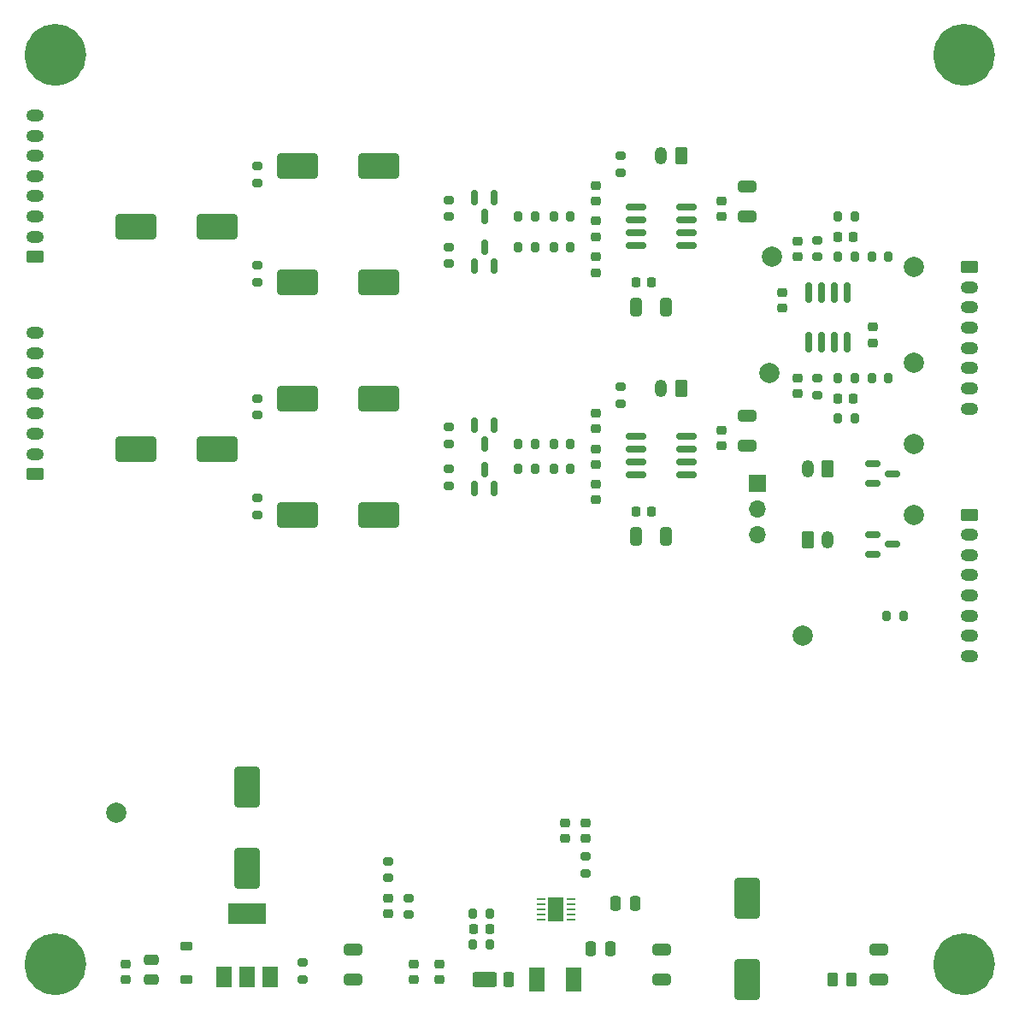
<source format=gbr>
%TF.GenerationSoftware,KiCad,Pcbnew,7.0.2*%
%TF.CreationDate,2023-05-29T18:08:28-04:00*%
%TF.ProjectId,amplifier,616d706c-6966-4696-9572-2e6b69636164,rev?*%
%TF.SameCoordinates,Original*%
%TF.FileFunction,Soldermask,Top*%
%TF.FilePolarity,Negative*%
%FSLAX46Y46*%
G04 Gerber Fmt 4.6, Leading zero omitted, Abs format (unit mm)*
G04 Created by KiCad (PCBNEW 7.0.2) date 2023-05-29 18:08:28*
%MOMM*%
%LPD*%
G01*
G04 APERTURE LIST*
G04 Aperture macros list*
%AMRoundRect*
0 Rectangle with rounded corners*
0 $1 Rounding radius*
0 $2 $3 $4 $5 $6 $7 $8 $9 X,Y pos of 4 corners*
0 Add a 4 corners polygon primitive as box body*
4,1,4,$2,$3,$4,$5,$6,$7,$8,$9,$2,$3,0*
0 Add four circle primitives for the rounded corners*
1,1,$1+$1,$2,$3*
1,1,$1+$1,$4,$5*
1,1,$1+$1,$6,$7*
1,1,$1+$1,$8,$9*
0 Add four rect primitives between the rounded corners*
20,1,$1+$1,$2,$3,$4,$5,0*
20,1,$1+$1,$4,$5,$6,$7,0*
20,1,$1+$1,$6,$7,$8,$9,0*
20,1,$1+$1,$8,$9,$2,$3,0*%
G04 Aperture macros list end*
%ADD10C,3.075000*%
%ADD11RoundRect,0.225000X0.250000X-0.225000X0.250000X0.225000X-0.250000X0.225000X-0.250000X-0.225000X0*%
%ADD12RoundRect,0.200000X0.275000X-0.200000X0.275000X0.200000X-0.275000X0.200000X-0.275000X-0.200000X0*%
%ADD13RoundRect,0.200000X0.200000X0.275000X-0.200000X0.275000X-0.200000X-0.275000X0.200000X-0.275000X0*%
%ADD14RoundRect,0.225000X-0.250000X0.225000X-0.250000X-0.225000X0.250000X-0.225000X0.250000X0.225000X0*%
%ADD15RoundRect,0.200000X-0.200000X-0.275000X0.200000X-0.275000X0.200000X0.275000X-0.200000X0.275000X0*%
%ADD16RoundRect,0.250000X-1.750000X-1.000000X1.750000X-1.000000X1.750000X1.000000X-1.750000X1.000000X0*%
%ADD17RoundRect,0.150000X-0.587500X-0.150000X0.587500X-0.150000X0.587500X0.150000X-0.587500X0.150000X0*%
%ADD18RoundRect,0.225000X-0.375000X0.225000X-0.375000X-0.225000X0.375000X-0.225000X0.375000X0.225000X0*%
%ADD19RoundRect,0.200000X-0.275000X0.200000X-0.275000X-0.200000X0.275000X-0.200000X0.275000X0.200000X0*%
%ADD20RoundRect,0.250000X1.750000X1.000000X-1.750000X1.000000X-1.750000X-1.000000X1.750000X-1.000000X0*%
%ADD21RoundRect,0.250000X0.650000X-0.325000X0.650000X0.325000X-0.650000X0.325000X-0.650000X-0.325000X0*%
%ADD22RoundRect,0.250000X-0.325000X-0.650000X0.325000X-0.650000X0.325000X0.650000X-0.325000X0.650000X0*%
%ADD23RoundRect,0.150000X-0.825000X-0.150000X0.825000X-0.150000X0.825000X0.150000X-0.825000X0.150000X0*%
%ADD24RoundRect,0.250000X0.350000X0.625000X-0.350000X0.625000X-0.350000X-0.625000X0.350000X-0.625000X0*%
%ADD25O,1.200000X1.750000*%
%ADD26RoundRect,0.150000X-0.150000X0.587500X-0.150000X-0.587500X0.150000X-0.587500X0.150000X0.587500X0*%
%ADD27RoundRect,0.150000X0.150000X-0.587500X0.150000X0.587500X-0.150000X0.587500X-0.150000X-0.587500X0*%
%ADD28RoundRect,0.250000X-0.625000X0.350000X-0.625000X-0.350000X0.625000X-0.350000X0.625000X0.350000X0*%
%ADD29O,1.750000X1.200000*%
%ADD30RoundRect,0.225000X0.225000X0.250000X-0.225000X0.250000X-0.225000X-0.250000X0.225000X-0.250000X0*%
%ADD31RoundRect,0.150000X-0.150000X0.825000X-0.150000X-0.825000X0.150000X-0.825000X0.150000X0.825000X0*%
%ADD32RoundRect,0.225000X-0.225000X-0.250000X0.225000X-0.250000X0.225000X0.250000X-0.225000X0.250000X0*%
%ADD33RoundRect,0.250000X0.625000X-0.350000X0.625000X0.350000X-0.625000X0.350000X-0.625000X-0.350000X0*%
%ADD34C,2.000000*%
%ADD35RoundRect,0.250000X0.950000X0.500000X-0.950000X0.500000X-0.950000X-0.500000X0.950000X-0.500000X0*%
%ADD36RoundRect,0.250000X0.275000X0.500000X-0.275000X0.500000X-0.275000X-0.500000X0.275000X-0.500000X0*%
%ADD37RoundRect,0.250000X-0.250000X-0.475000X0.250000X-0.475000X0.250000X0.475000X-0.250000X0.475000X0*%
%ADD38RoundRect,0.062500X0.362500X0.062500X-0.362500X0.062500X-0.362500X-0.062500X0.362500X-0.062500X0*%
%ADD39R,1.650000X2.380000*%
%ADD40R,1.500000X2.400000*%
%ADD41RoundRect,0.250000X0.475000X-0.250000X0.475000X0.250000X-0.475000X0.250000X-0.475000X-0.250000X0*%
%ADD42RoundRect,0.250000X1.000000X-1.750000X1.000000X1.750000X-1.000000X1.750000X-1.000000X-1.750000X0*%
%ADD43R,1.500000X2.000000*%
%ADD44R,3.800000X2.000000*%
%ADD45RoundRect,0.250000X0.262500X0.450000X-0.262500X0.450000X-0.262500X-0.450000X0.262500X-0.450000X0*%
%ADD46R,1.700000X1.700000*%
%ADD47O,1.700000X1.700000*%
%ADD48RoundRect,0.250000X-0.350000X-0.625000X0.350000X-0.625000X0.350000X0.625000X-0.350000X0.625000X0*%
G04 APERTURE END LIST*
D10*
X106537500Y-145000000D02*
G75*
G03*
X106537500Y-145000000I-1537500J0D01*
G01*
X106537500Y-55000000D02*
G75*
G03*
X106537500Y-55000000I-1537500J0D01*
G01*
X196537500Y-55000000D02*
G75*
G03*
X196537500Y-55000000I-1537500J0D01*
G01*
X196537500Y-145000000D02*
G75*
G03*
X196537500Y-145000000I-1537500J0D01*
G01*
D11*
%TO.C,C31*%
X155500000Y-132550000D03*
X155500000Y-131000000D03*
%TD*%
D12*
%TO.C,R6*%
X144000000Y-97650000D03*
X144000000Y-96000000D03*
%TD*%
D13*
%TO.C,R21*%
X184150000Y-87000000D03*
X182500000Y-87000000D03*
%TD*%
D14*
%TO.C,C24*%
X177000000Y-78500000D03*
X177000000Y-80050000D03*
%TD*%
D15*
%TO.C,R11*%
X154350000Y-71000000D03*
X156000000Y-71000000D03*
%TD*%
D16*
%TO.C,C3*%
X129000000Y-77500000D03*
X137000000Y-77500000D03*
%TD*%
D15*
%TO.C,FB1*%
X150850000Y-74000000D03*
X152500000Y-74000000D03*
%TD*%
D11*
%TO.C,C11*%
X158500000Y-95550000D03*
X158500000Y-94000000D03*
%TD*%
%TO.C,C34*%
X140500000Y-146550000D03*
X140500000Y-145000000D03*
%TD*%
D17*
%TO.C,Q1*%
X186000000Y-95500000D03*
X186000000Y-97400000D03*
X187875000Y-96450000D03*
%TD*%
D16*
%TO.C,C5*%
X129000000Y-100500000D03*
X137000000Y-100500000D03*
%TD*%
D18*
%TO.C,D6*%
X118000000Y-143200000D03*
X118000000Y-146500000D03*
%TD*%
D19*
%TO.C,R26*%
X157500000Y-134350000D03*
X157500000Y-136000000D03*
%TD*%
%TO.C,R28*%
X138000000Y-134800000D03*
X138000000Y-136450000D03*
%TD*%
D20*
%TO.C,C1*%
X121000000Y-72000000D03*
X113000000Y-72000000D03*
%TD*%
D21*
%TO.C,C25*%
X186525000Y-146500000D03*
X186525000Y-143550000D03*
%TD*%
D15*
%TO.C,R12*%
X154350000Y-96000000D03*
X156000000Y-96000000D03*
%TD*%
D20*
%TO.C,C2*%
X121000000Y-94000000D03*
X113000000Y-94000000D03*
%TD*%
D22*
%TO.C,C20*%
X162500000Y-102675000D03*
X165450000Y-102675000D03*
%TD*%
D11*
%TO.C,C10*%
X158500000Y-99050000D03*
X158500000Y-97500000D03*
%TD*%
%TO.C,C23*%
X185950000Y-83500000D03*
X185950000Y-81950000D03*
%TD*%
%TO.C,C39*%
X112000000Y-146550000D03*
X112000000Y-145000000D03*
%TD*%
%TO.C,C8*%
X158500000Y-73000000D03*
X158500000Y-71450000D03*
%TD*%
D23*
%TO.C,U2*%
X162525000Y-92770000D03*
X162525000Y-94040000D03*
X162525000Y-95310000D03*
X162525000Y-96580000D03*
X167475000Y-96580000D03*
X167475000Y-95310000D03*
X167475000Y-94040000D03*
X167475000Y-92770000D03*
%TD*%
D24*
%TO.C,J5*%
X167000000Y-65000000D03*
D25*
X165000000Y-65000000D03*
%TD*%
D26*
%TO.C,D4*%
X148450000Y-91625000D03*
X146550000Y-91625000D03*
X147500000Y-93500000D03*
%TD*%
D11*
%TO.C,C32*%
X143000000Y-146550000D03*
X143000000Y-145000000D03*
%TD*%
D27*
%TO.C,D1*%
X146550000Y-75875000D03*
X148450000Y-75875000D03*
X147500000Y-74000000D03*
%TD*%
D28*
%TO.C,J4*%
X195500000Y-100500000D03*
D29*
X195500000Y-102500000D03*
X195500000Y-104500000D03*
X195500000Y-106500000D03*
X195500000Y-108500000D03*
X195500000Y-110500000D03*
X195500000Y-112500000D03*
X195500000Y-114500000D03*
%TD*%
D30*
%TO.C,C29*%
X148000000Y-141500000D03*
X146450000Y-141500000D03*
%TD*%
D12*
%TO.C,R2*%
X125000000Y-100500000D03*
X125000000Y-98850000D03*
%TD*%
D28*
%TO.C,J7*%
X195500000Y-76000000D03*
D29*
X195500000Y-78000000D03*
X195500000Y-80000000D03*
X195500000Y-82000000D03*
X195500000Y-84000000D03*
X195500000Y-86000000D03*
X195500000Y-88000000D03*
X195500000Y-90000000D03*
%TD*%
D31*
%TO.C,U3*%
X183405000Y-78525000D03*
X182135000Y-78525000D03*
X180865000Y-78525000D03*
X179595000Y-78525000D03*
X179595000Y-83475000D03*
X180865000Y-83475000D03*
X182135000Y-83475000D03*
X183405000Y-83475000D03*
%TD*%
D11*
%TO.C,C35*%
X138000000Y-140000000D03*
X138000000Y-138450000D03*
%TD*%
D32*
%TO.C,C40*%
X182500000Y-73000000D03*
X184050000Y-73000000D03*
%TD*%
D22*
%TO.C,C19*%
X162500000Y-80000000D03*
X165450000Y-80000000D03*
%TD*%
D33*
%TO.C,J1*%
X103000000Y-75000000D03*
D29*
X103000000Y-73000000D03*
X103000000Y-71000000D03*
X103000000Y-69000000D03*
X103000000Y-67000000D03*
X103000000Y-65000000D03*
X103000000Y-63000000D03*
X103000000Y-61000000D03*
%TD*%
D34*
%TO.C,TP5*%
X179000000Y-112500000D03*
%TD*%
D35*
%TO.C,D5*%
X147500000Y-146500000D03*
D36*
X149875000Y-146500000D03*
%TD*%
D27*
%TO.C,D2*%
X146550000Y-97937500D03*
X148450000Y-97937500D03*
X147500000Y-96062500D03*
%TD*%
D15*
%TO.C,R7*%
X187350000Y-110500000D03*
X189000000Y-110500000D03*
%TD*%
D11*
%TO.C,C7*%
X158500000Y-76550000D03*
X158500000Y-75000000D03*
%TD*%
D19*
%TO.C,R8*%
X144000000Y-69350000D03*
X144000000Y-71000000D03*
%TD*%
D11*
%TO.C,C14*%
X171000000Y-93675000D03*
X171000000Y-92125000D03*
%TD*%
D24*
%TO.C,J6*%
X167000000Y-88050000D03*
D25*
X165000000Y-88050000D03*
%TD*%
D26*
%TO.C,D3*%
X148450000Y-69125000D03*
X146550000Y-69125000D03*
X147500000Y-71000000D03*
%TD*%
D37*
%TO.C,C33*%
X160500000Y-139000000D03*
X162400000Y-139000000D03*
%TD*%
D21*
%TO.C,C27*%
X165025000Y-146475000D03*
X165025000Y-143525000D03*
%TD*%
D38*
%TO.C,U4*%
X156040000Y-140595000D03*
X156040000Y-140095000D03*
X156040000Y-139595000D03*
X156040000Y-139095000D03*
X156040000Y-138595000D03*
X153140000Y-138595000D03*
X153140000Y-139095000D03*
X153140000Y-139595000D03*
X153140000Y-140095000D03*
X153140000Y-140595000D03*
D39*
X154590000Y-139595000D03*
%TD*%
D15*
%TO.C,FB4*%
X150850000Y-93500000D03*
X152500000Y-93500000D03*
%TD*%
D34*
%TO.C,TP1*%
X176000000Y-75000000D03*
%TD*%
D21*
%TO.C,C18*%
X173500000Y-93675000D03*
X173500000Y-90725000D03*
%TD*%
D19*
%TO.C,R15*%
X161000000Y-87850000D03*
X161000000Y-89500000D03*
%TD*%
D40*
%TO.C,L2*%
X156350000Y-146500000D03*
X152650000Y-146500000D03*
%TD*%
D34*
%TO.C,TP8*%
X111000000Y-130000000D03*
%TD*%
D13*
%TO.C,R20*%
X184150000Y-75000000D03*
X182500000Y-75000000D03*
%TD*%
D41*
%TO.C,C38*%
X114500000Y-146500000D03*
X114500000Y-144600000D03*
%TD*%
D42*
%TO.C,C26*%
X173525000Y-146500000D03*
X173525000Y-138500000D03*
%TD*%
D34*
%TO.C,TP2*%
X190000000Y-76000000D03*
%TD*%
D19*
%TO.C,R17*%
X180500000Y-87000000D03*
X180500000Y-88650000D03*
%TD*%
D16*
%TO.C,C4*%
X129000000Y-66000000D03*
X137000000Y-66000000D03*
%TD*%
D15*
%TO.C,FB2*%
X150850000Y-71000000D03*
X152500000Y-71000000D03*
%TD*%
D43*
%TO.C,Q3*%
X121700000Y-146300000D03*
X124000000Y-146300000D03*
D44*
X124000000Y-140000000D03*
D43*
X126300000Y-146300000D03*
%TD*%
D19*
%TO.C,R3*%
X125000000Y-66000000D03*
X125000000Y-67650000D03*
%TD*%
D11*
%TO.C,C12*%
X158500000Y-92000000D03*
X158500000Y-90450000D03*
%TD*%
D32*
%TO.C,C15*%
X162500000Y-77500000D03*
X164050000Y-77500000D03*
%TD*%
D34*
%TO.C,TP4*%
X190000000Y-85500000D03*
%TD*%
D19*
%TO.C,R14*%
X161000000Y-65000000D03*
X161000000Y-66650000D03*
%TD*%
D15*
%TO.C,R25*%
X146350000Y-140000000D03*
X148000000Y-140000000D03*
%TD*%
D19*
%TO.C,R9*%
X144000000Y-91850000D03*
X144000000Y-93500000D03*
%TD*%
D34*
%TO.C,TP3*%
X175700000Y-86500000D03*
%TD*%
%TO.C,TP7*%
X190000000Y-100500000D03*
%TD*%
D11*
%TO.C,C30*%
X157500000Y-132550000D03*
X157500000Y-131000000D03*
%TD*%
D14*
%TO.C,C21*%
X178500000Y-73450000D03*
X178500000Y-75000000D03*
%TD*%
D12*
%TO.C,R5*%
X144000000Y-75650000D03*
X144000000Y-74000000D03*
%TD*%
D17*
%TO.C,Q2*%
X186000000Y-102500000D03*
X186000000Y-104400000D03*
X187875000Y-103450000D03*
%TD*%
D19*
%TO.C,R29*%
X129500000Y-144850000D03*
X129500000Y-146500000D03*
%TD*%
D15*
%TO.C,FB3*%
X150850000Y-96000000D03*
X152500000Y-96000000D03*
%TD*%
D19*
%TO.C,R4*%
X125000000Y-89000000D03*
X125000000Y-90650000D03*
%TD*%
D15*
%TO.C,R19*%
X182500000Y-91000000D03*
X184150000Y-91000000D03*
%TD*%
%TO.C,R18*%
X182500000Y-71000000D03*
X184150000Y-71000000D03*
%TD*%
D11*
%TO.C,C22*%
X178500000Y-88550000D03*
X178500000Y-87000000D03*
%TD*%
D45*
%TO.C,L1*%
X183850000Y-146500000D03*
X182025000Y-146500000D03*
%TD*%
D13*
%TO.C,R23*%
X187500000Y-87000000D03*
X185850000Y-87000000D03*
%TD*%
D37*
%TO.C,C28*%
X158050000Y-143500000D03*
X159950000Y-143500000D03*
%TD*%
D21*
%TO.C,C36*%
X134500000Y-146500000D03*
X134500000Y-143550000D03*
%TD*%
D15*
%TO.C,R24*%
X146350000Y-143000000D03*
X148000000Y-143000000D03*
%TD*%
D12*
%TO.C,R1*%
X125000000Y-77500000D03*
X125000000Y-75850000D03*
%TD*%
D13*
%TO.C,R22*%
X187500000Y-75000000D03*
X185850000Y-75000000D03*
%TD*%
D16*
%TO.C,C6*%
X129000000Y-89000000D03*
X137000000Y-89000000D03*
%TD*%
D15*
%TO.C,R13*%
X154350000Y-93500000D03*
X156000000Y-93500000D03*
%TD*%
D11*
%TO.C,C13*%
X171000000Y-71000000D03*
X171000000Y-69450000D03*
%TD*%
D15*
%TO.C,R10*%
X154350000Y-74000000D03*
X156000000Y-74000000D03*
%TD*%
D46*
%TO.C,J3*%
X174500000Y-97370000D03*
D47*
X174500000Y-99910000D03*
X174500000Y-102450000D03*
%TD*%
D23*
%TO.C,U1*%
X162525000Y-70095000D03*
X162525000Y-71365000D03*
X162525000Y-72635000D03*
X162525000Y-73905000D03*
X167475000Y-73905000D03*
X167475000Y-72635000D03*
X167475000Y-71365000D03*
X167475000Y-70095000D03*
%TD*%
D42*
%TO.C,C37*%
X124000000Y-135500000D03*
X124000000Y-127500000D03*
%TD*%
D32*
%TO.C,C41*%
X182500000Y-89000000D03*
X184050000Y-89000000D03*
%TD*%
D19*
%TO.C,R27*%
X140000000Y-138450000D03*
X140000000Y-140100000D03*
%TD*%
D12*
%TO.C,R16*%
X180500000Y-75000000D03*
X180500000Y-73350000D03*
%TD*%
D21*
%TO.C,C17*%
X173500000Y-71000000D03*
X173500000Y-68050000D03*
%TD*%
D34*
%TO.C,TP6*%
X190000000Y-93500000D03*
%TD*%
D32*
%TO.C,C16*%
X162500000Y-100175000D03*
X164050000Y-100175000D03*
%TD*%
D11*
%TO.C,C9*%
X158500000Y-69500000D03*
X158500000Y-67950000D03*
%TD*%
D33*
%TO.C,J2*%
X103000000Y-96500000D03*
D29*
X103000000Y-94500000D03*
X103000000Y-92500000D03*
X103000000Y-90500000D03*
X103000000Y-88500000D03*
X103000000Y-86500000D03*
X103000000Y-84500000D03*
X103000000Y-82500000D03*
%TD*%
D24*
%TO.C,BT1*%
X181500000Y-95950000D03*
D25*
X179500000Y-95950000D03*
%TD*%
D48*
%TO.C,BT2*%
X179500000Y-103000000D03*
D25*
X181500000Y-103000000D03*
%TD*%
M02*

</source>
